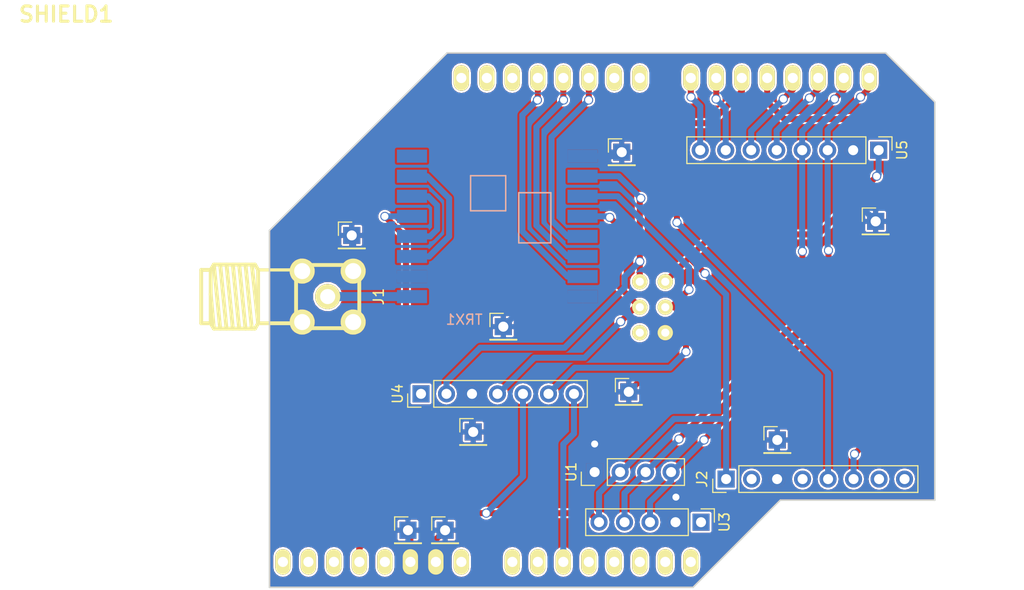
<source format=kicad_pcb>
(kicad_pcb (version 4) (host pcbnew 4.0.7-e2-6376~58~ubuntu17.04.1)
  (layers (0 F.Cu signal) (31 B.Cu signal) (34 B.Paste user) (35 F.Paste user) (36 B.SilkS user) (37 F.SilkS user) (38 B.Mask user) (39 F.Mask user) (44 Edge.Cuts user))
  (net 0 "")
  (net 1 GND)
  (net 2 /ANT)
  (net 3 /RX_ANT)
  (net 4 /TX_ANT)
  (net 5 +3V3)
  (net 6 "Net-(TRX1-Pad8)")
  (net 7 /MISO)
  (net 8 /MOSI)
  (net 9 /SCK)
  (net 10 /TRX_CS)
  (net 11 /TRX_INT)
  (net 12 /SDN)
  (net 13 /SDA)
  (net 14 /SCL)
  (net 15 "Net-(U3-Pad1)")
  (net 16 "Net-(U4-Pad1)")
  (net 17 /SD_CS)
  (net 18 /XDA)
  (net 19 /XCL)
  (net 20 /AD0)
  (net 21 /IMU_INT)
  (net 22 /TX2)
  (net 23 /RX2)
  (net 24 "Net-(SHIELD1-PadAD7)")
  (net 25 "Net-(SHIELD1-PadAD6)")
  (net 26 "Net-(SHIELD1-PadAD5)")
  (net 27 "Net-(SHIELD1-PadAD4)")
  (net 28 "Net-(SHIELD1-PadAD3)")
  (net 29 "Net-(SHIELD1-PadAD0)")
  (net 30 "Net-(SHIELD1-PadAD1)")
  (net 31 "Net-(SHIELD1-PadV_IN)")
  (net 32 "Net-(SHIELD1-PadRST)")
  (net 33 "Net-(SHIELD1-Pad0)")
  (net 34 "Net-(SHIELD1-Pad1)")
  (net 35 "Net-(SHIELD1-Pad5)")
  (net 36 "Net-(SHIELD1-Pad6)")
  (net 37 "Net-(SHIELD1-Pad7)")
  (net 38 "Net-(SHIELD1-Pad5V)")
  (net 39 "Net-(SHIELD1-PadSP5)")
  (net 40 "Net-(SHIELD1-PadIO_R)")
  (net 41 "Net-(J2-Pad2)")
  (net 42 "Net-(J2-Pad4)")
  (net 43 "Net-(J2-Pad7)")
  (net 44 "Net-(J2-Pad8)")
  (module Antenna:SMA (layer F.Cu) (at 134.3 88.1 90)
    (fp_text reference J1 (at 0 5.08 90) (layer F.SilkS))
    (fp_text value SMA)
    (fp_line (start -3.19278 -11.3411) (end 0.2667 -11.65606) (layer F.SilkS) (width 0.381))
    (fp_line (start -3.19278 -10.71118) (end 3.19278 -11.3411) (layer F.SilkS) (width 0.381))
    (fp_line (start -3.19278 -10.08126) (end 3.19278 -10.71118) (layer F.SilkS) (width 0.381))
    (fp_line (start -3.19278 -9.4488) (end 3.19278 -10.08126) (layer F.SilkS) (width 0.381))
    (fp_line (start -3.19278 -8.81888) (end 3.19278 -9.4488) (layer F.SilkS) (width 0.381))
    (fp_line (start -3.19278 -8.18896) (end 3.19278 -8.81888) (layer F.SilkS) (width 0.381))
    (fp_line (start -3.19278 -7.55904) (end 3.19278 -8.18896) (layer F.SilkS) (width 0.381))
    (fp_line (start 3.19278 -7.55904) (end -2.65938 -6.92912) (layer F.SilkS) (width 0.381))
    (fp_line (start -2.65938 -11.65606) (end -2.65938 -12.60094) (layer F.SilkS) (width 0.381))
    (fp_line (start 2.65938 -12.60094) (end -2.65938 -12.60094) (layer F.SilkS) (width 0.381))
    (fp_line (start 2.65938 -11.65606) (end 2.65938 -12.60094) (layer F.SilkS) (width 0.381))
    (fp_line (start 2.65938 -11.65606) (end 3.19278 -11.3411) (layer F.SilkS) (width 0.381))
    (fp_line (start -3.19278 -11.3411) (end -2.65938 -11.65606) (layer F.SilkS) (width 0.381))
    (fp_line (start -2.65938 -11.65606) (end 2.65938 -11.65606) (layer F.SilkS) (width 0.381))
    (fp_line (start -3.19278 -7.24408) (end -3.19278 -11.3411) (layer F.SilkS) (width 0.381))
    (fp_line (start -2.65938 -6.92912) (end -3.19278 -7.24408) (layer F.SilkS) (width 0.381))
    (fp_line (start 3.19278 -11.3411) (end 3.19278 -7.24408) (layer F.SilkS) (width 0.381))
    (fp_line (start 3.19278 -7.24408) (end 2.65938 -6.92912) (layer F.SilkS) (width 0.381))
    (fp_line (start 2.65938 -6.92912) (end -2.65938 -6.92912) (layer F.SilkS) (width 0.381))
    (fp_line (start 2.65938 -3.1496) (end 2.65938 -6.92912) (layer F.SilkS) (width 0.318))
    (fp_line (start -2.65938 -3.1496) (end -2.65938 -6.92912) (layer F.SilkS) (width 0.381))
    (fp_line (start -3.1496 3.1496) (end 3.1496 3.1496) (layer F.SilkS) (width 0.381))
    (fp_line (start -3.1496 -3.1496) (end 3.1496 -3.1496) (layer F.SilkS) (width 0.381))
    (fp_line (start 3.1496 -3.1496) (end 3.1496 3.1496) (layer F.SilkS) (width 0.381))
    (fp_line (start -3.1496 3.1496) (end -3.1496 -3.1496) (layer F.SilkS) (width 0.381))
    (pad 2 thru_hole circle (at -2.54 -2.54 90) (size 2.5 2.5) (drill 1.6) (layers *.Cu *.Mask F.SilkS) (net 1 GND))
    (pad 3 thru_hole circle (at 2.54 -2.54 90) (size 2.5 2.5) (drill 1.6) (layers *.Cu *.Mask F.SilkS) (net 1 GND))
    (pad 5 thru_hole circle (at -2.54 2.54 90) (size 2.5 2.5) (drill 1.6) (layers *.Cu *.Mask F.SilkS) (net 1 GND))
    (pad 4 thru_hole circle (at 2.54 2.54 90) (size 2.5 2.5) (drill 1.6) (layers *.Cu *.Mask F.SilkS) (net 1 GND))
    (pad 1 thru_hole circle (at 0 0 90) (size 2.5 2.5) (drill 1.5) (layers *.Cu *.Mask F.SilkS) (net 2 /ANT))
  )
  (module Transceptores:RFM22B (layer B.Cu) (at 151.2 81.1)
    (fp_text reference TRX1 (at -3.3 9.3) (layer B.SilkS) (effects (justify mirror)))
    (fp_text value RFM22B)
    (fp_line (start 0.8397 -1.55586) (end 0.8397 -5.05586) (layer B.SilkS) (width 0.15))
    (fp_line (start -2.6603 -1.55586) (end -2.6603 -5.05586) (layer B.SilkS) (width 0.15))
    (fp_line (start -2.6603 -1.55586) (end 0.8397 -1.55586) (layer B.SilkS) (width 0.15))
    (fp_line (start -2.6603 -5.05586) (end 0.8397 -5.05586) (layer B.SilkS) (width 0.15))
    (fp_line (start 5.3397 1.64414) (end 5.3397 -3.35586) (layer B.SilkS) (width 0.15))
    (fp_line (start 2.1397 1.64414) (end 2.1397 -3.35586) (layer B.SilkS) (width 0.15))
    (fp_line (start 2.1397 1.64414) (end 5.3397 1.64414) (layer B.SilkS) (width 0.15))
    (fp_line (start 2.1397 -3.35586) (end 5.3397 -3.35586) (layer B.SilkS) (width 0.15))
    (pad 1 smd rect (at -8.5 7) (size 3 1.3) (layers B.Cu B.Paste B.Mask) (net 2 /ANT))
    (pad 2 smd rect (at -8.5 5) (size 3 1.3) (layers B.Cu B.Paste B.Mask) (net 1 GND))
    (pad 3 smd rect (at -8.5 3) (size 3 1.3) (layers B.Cu B.Paste B.Mask) (net 3 /RX_ANT))
    (pad 4 smd rect (at -8.5 1) (size 3 1.3) (layers B.Cu B.Paste B.Mask) (net 4 /TX_ANT))
    (pad 5 smd rect (at -8.5 -1) (size 3 1.3) (layers B.Cu B.Paste B.Mask) (net 5 +3V3))
    (pad 6 smd rect (at -8.5 -3) (size 3 1.3) (layers B.Cu B.Paste B.Mask) (net 4 /TX_ANT))
    (pad 7 smd rect (at -8.5 -5) (size 3 1.3) (layers B.Cu B.Paste B.Mask) (net 3 /RX_ANT))
    (pad 8 smd rect (at -8.5 -7) (size 3 1.3) (layers B.Cu B.Paste B.Mask) (net 6 "Net-(TRX1-Pad8)"))
    (pad 9 smd rect (at 8.5 -7) (size 3 1.3) (layers B.Cu B.Paste B.Mask) (net 1 GND))
    (pad 10 smd rect (at 8.5 -5) (size 3 1.3) (layers B.Cu B.Paste B.Mask) (net 7 /MISO))
    (pad 11 smd rect (at 8.5 -3) (size 3 1.3) (layers B.Cu B.Paste B.Mask) (net 8 /MOSI))
    (pad 12 smd rect (at 8.5 -1) (size 3 1.3) (layers B.Cu B.Paste B.Mask) (net 9 /SCK))
    (pad 13 smd rect (at 8.5 1) (size 3 1.3) (layers B.Cu B.Paste B.Mask) (net 10 /TRX_CS))
    (pad 14 smd rect (at 8.5 3) (size 3 1.3) (layers B.Cu B.Paste B.Mask) (net 11 /TRX_INT))
    (pad 15 smd rect (at 8.5 5) (size 3 1.3) (layers B.Cu B.Paste B.Mask) (net 12 /SDN))
    (pad 16 smd rect (at 8.5 7) (size 3 1.3) (layers B.Cu B.Paste B.Mask) (net 1 GND))
  )
  (module Socket_Strips:Socket_Strip_Straight_1x04_Pitch2.54mm (layer F.Cu) (at 160.9 105.6 90)
    (fp_text reference U1 (at 0 -2.33 90) (layer F.SilkS))
    (fp_text value Si7021)
    (fp_line (start -1.33 1.27) (end -1.33 8.95) (layer F.SilkS) (width 0.12))
    (fp_line (start -1.33 8.95) (end 1.33 8.95) (layer F.SilkS) (width 0.12))
    (fp_line (start 1.33 8.95) (end 1.33 1.27) (layer F.SilkS) (width 0.12))
    (fp_line (start 1.33 1.27) (end -1.33 1.27) (layer F.SilkS) (width 0.12))
    (fp_line (start -1.33 0) (end -1.33 -1.33) (layer F.SilkS) (width 0.12))
    (fp_line (start -1.33 -1.33) (end 0 -1.33) (layer F.SilkS) (width 0.12))
    (pad 1 thru_hole rect (at 0 0 90) (size 1.7 1.7) (drill 1) (layers *.Cu *.Mask) (net 1 GND))
    (pad 2 thru_hole oval (at 0 2.54 90) (size 1.7 1.7) (drill 1) (layers *.Cu *.Mask) (net 5 +3V3))
    (pad 3 thru_hole oval (at 0 5.08 90) (size 1.7 1.7) (drill 1) (layers *.Cu *.Mask) (net 13 /SDA))
    (pad 4 thru_hole oval (at 0 7.62 90) (size 1.7 1.7) (drill 1) (layers *.Cu *.Mask) (net 14 /SCL))
  )
  (module Socket_Strips:Socket_Strip_Straight_1x05_Pitch2.54mm (layer F.Cu) (at 171.5 110.6 270)
    (fp_text reference U3 (at 0 -2.33 270) (layer F.SilkS))
    (fp_text value BMP180)
    (fp_line (start -1.33 1.27) (end -1.33 11.49) (layer F.SilkS) (width 0.12))
    (fp_line (start -1.33 11.49) (end 1.33 11.49) (layer F.SilkS) (width 0.12))
    (fp_line (start 1.33 11.49) (end 1.33 1.27) (layer F.SilkS) (width 0.12))
    (fp_line (start 1.33 1.27) (end -1.33 1.27) (layer F.SilkS) (width 0.12))
    (fp_line (start -1.33 0) (end -1.33 -1.33) (layer F.SilkS) (width 0.12))
    (fp_line (start -1.33 -1.33) (end 0 -1.33) (layer F.SilkS) (width 0.12))
    (pad 1 thru_hole rect (at 0 0 270) (size 1.7 1.7) (drill 1) (layers *.Cu *.Mask) (net 15 "Net-(U3-Pad1)"))
    (pad 2 thru_hole oval (at 0 2.54 270) (size 1.7 1.7) (drill 1) (layers *.Cu *.Mask) (net 1 GND))
    (pad 3 thru_hole oval (at 0 5.08 270) (size 1.7 1.7) (drill 1) (layers *.Cu *.Mask) (net 14 /SCL))
    (pad 4 thru_hole oval (at 0 7.62 270) (size 1.7 1.7) (drill 1) (layers *.Cu *.Mask) (net 13 /SDA))
    (pad 5 thru_hole oval (at 0 10.16 270) (size 1.7 1.7) (drill 1) (layers *.Cu *.Mask) (net 5 +3V3))
  )
  (module Socket_Strips:Socket_Strip_Straight_1x07_Pitch2.54mm (layer F.Cu) (at 143.6 97.8 90)
    (fp_text reference U4 (at 0 -2.33 90) (layer F.SilkS))
    (fp_text value SD)
    (fp_line (start -1.33 1.27) (end -1.33 16.57) (layer F.SilkS) (width 0.12))
    (fp_line (start -1.33 16.57) (end 1.33 16.57) (layer F.SilkS) (width 0.12))
    (fp_line (start 1.33 16.57) (end 1.33 1.27) (layer F.SilkS) (width 0.12))
    (fp_line (start 1.33 1.27) (end -1.33 1.27) (layer F.SilkS) (width 0.12))
    (fp_line (start -1.33 0) (end -1.33 -1.33) (layer F.SilkS) (width 0.12))
    (fp_line (start -1.33 -1.33) (end 0 -1.33) (layer F.SilkS) (width 0.12))
    (pad 1 thru_hole rect (at 0 0 90) (size 1.7 1.7) (drill 1) (layers *.Cu *.Mask) (net 16 "Net-(U4-Pad1)"))
    (pad 2 thru_hole oval (at 0 2.54 90) (size 1.7 1.7) (drill 1) (layers *.Cu *.Mask) (net 7 /MISO))
    (pad 3 thru_hole oval (at 0 5.08 90) (size 1.7 1.7) (drill 1) (layers *.Cu *.Mask) (net 1 GND))
    (pad 4 thru_hole oval (at 0 7.62 90) (size 1.7 1.7) (drill 1) (layers *.Cu *.Mask) (net 9 /SCK))
    (pad 5 thru_hole oval (at 0 10.16 90) (size 1.7 1.7) (drill 1) (layers *.Cu *.Mask) (net 5 +3V3))
    (pad 6 thru_hole oval (at 0 12.7 90) (size 1.7 1.7) (drill 1) (layers *.Cu *.Mask) (net 8 /MOSI))
    (pad 7 thru_hole oval (at 0 15.24 90) (size 1.7 1.7) (drill 1) (layers *.Cu *.Mask) (net 17 /SD_CS))
  )
  (module Socket_Strips:Socket_Strip_Straight_1x08_Pitch2.54mm (layer F.Cu) (at 189.2 73.5 270)
    (fp_text reference U5 (at 0 -2.33 270) (layer F.SilkS))
    (fp_text value MPU6050)
    (fp_line (start -1.33 1.27) (end -1.33 19.11) (layer F.SilkS) (width 0.12))
    (fp_line (start -1.33 19.11) (end 1.33 19.11) (layer F.SilkS) (width 0.12))
    (fp_line (start 1.33 19.11) (end 1.33 1.27) (layer F.SilkS) (width 0.12))
    (fp_line (start 1.33 1.27) (end -1.33 1.27) (layer F.SilkS) (width 0.12))
    (fp_line (start -1.33 0) (end -1.33 -1.33) (layer F.SilkS) (width 0.12))
    (fp_line (start -1.33 -1.33) (end 0 -1.33) (layer F.SilkS) (width 0.12))
    (pad 1 thru_hole rect (at 0 0 270) (size 1.7 1.7) (drill 1) (layers *.Cu *.Mask) (net 5 +3V3))
    (pad 2 thru_hole oval (at 0 2.54 270) (size 1.7 1.7) (drill 1) (layers *.Cu *.Mask) (net 1 GND))
    (pad 3 thru_hole oval (at 0 5.08 270) (size 1.7 1.7) (drill 1) (layers *.Cu *.Mask) (net 14 /SCL))
    (pad 4 thru_hole oval (at 0 7.62 270) (size 1.7 1.7) (drill 1) (layers *.Cu *.Mask) (net 13 /SDA))
    (pad 5 thru_hole oval (at 0 10.16 270) (size 1.7 1.7) (drill 1) (layers *.Cu *.Mask) (net 18 /XDA))
    (pad 6 thru_hole oval (at 0 12.7 270) (size 1.7 1.7) (drill 1) (layers *.Cu *.Mask) (net 19 /XCL))
    (pad 7 thru_hole oval (at 0 15.24 270) (size 1.7 1.7) (drill 1) (layers *.Cu *.Mask) (net 20 /AD0))
    (pad 8 thru_hole oval (at 0 17.78 270) (size 1.7 1.7) (drill 1) (layers *.Cu *.Mask) (net 21 /IMU_INT))
  )
  (module FT:ARDUINO_DUE_SHIELD (layer F.Cu) (at 101.9 117.1)
    (fp_text reference SHIELD1 (at 6.35 -57.15) (layer F.SilkS) (effects (font (thickness 0.3048))))
    (fp_text value ARDUINO_DUE_SHIELD hide)
    (pad 14 thru_hole oval (at 68.58 -50.8 90) (size 2.54 1.524) (drill 1.016) (layers *.Cu *.Mask F.SilkS) (net 21 /IMU_INT))
    (pad 15 thru_hole oval (at 71.12 -50.8 90) (size 2.54 1.524) (drill 1.016) (layers *.Cu *.Mask F.SilkS) (net 20 /AD0))
    (pad 16 thru_hole oval (at 73.66 -50.8 90) (size 2.54 1.524) (drill 1.016) (layers *.Cu *.Mask F.SilkS) (net 22 /TX2))
    (pad 17 thru_hole oval (at 76.2 -50.8 90) (size 2.54 1.524) (drill 1.016) (layers *.Cu *.Mask F.SilkS) (net 23 /RX2))
    (pad 18 thru_hole oval (at 78.74 -50.8 90) (size 2.54 1.524) (drill 1.016) (layers *.Cu *.Mask F.SilkS) (net 19 /XCL))
    (pad 19 thru_hole oval (at 81.28 -50.8 90) (size 2.54 1.524) (drill 1.016) (layers *.Cu *.Mask F.SilkS) (net 18 /XDA))
    (pad 20 thru_hole oval (at 83.82 -50.8 90) (size 2.54 1.524) (drill 1.016) (layers *.Cu *.Mask F.SilkS) (net 13 /SDA))
    (pad 21 thru_hole oval (at 86.36 -50.8 90) (size 2.54 1.524) (drill 1.016) (layers *.Cu *.Mask F.SilkS) (net 14 /SCL))
    (pad AD7 thru_hole oval (at 68.58 -2.54 90) (size 2.54 1.524) (drill 1.016) (layers *.Cu *.Mask F.SilkS) (net 24 "Net-(SHIELD1-PadAD7)"))
    (pad AD6 thru_hole oval (at 66.04 -2.54 90) (size 2.54 1.524) (drill 1.016) (layers *.Cu *.Mask F.SilkS) (net 25 "Net-(SHIELD1-PadAD6)"))
    (pad AD5 thru_hole oval (at 63.5 -2.54 90) (size 2.54 1.524) (drill 1.016) (layers *.Cu *.Mask F.SilkS) (net 26 "Net-(SHIELD1-PadAD5)"))
    (pad AD4 thru_hole oval (at 60.96 -2.54 90) (size 2.54 1.524) (drill 1.016) (layers *.Cu *.Mask F.SilkS) (net 27 "Net-(SHIELD1-PadAD4)"))
    (pad AD3 thru_hole oval (at 58.42 -2.54 90) (size 2.54 1.524) (drill 1.016) (layers *.Cu *.Mask F.SilkS) (net 28 "Net-(SHIELD1-PadAD3)"))
    (pad AD0 thru_hole oval (at 50.8 -2.54 90) (size 2.54 1.524) (drill 1.016) (layers *.Cu *.Mask F.SilkS) (net 29 "Net-(SHIELD1-PadAD0)"))
    (pad AD1 thru_hole oval (at 53.34 -2.54 90) (size 2.54 1.524) (drill 1.016) (layers *.Cu *.Mask F.SilkS) (net 30 "Net-(SHIELD1-PadAD1)"))
    (pad AD2 thru_hole oval (at 55.88 -2.54 90) (size 2.54 1.524) (drill 1.016) (layers *.Cu *.Mask F.SilkS) (net 17 /SD_CS))
    (pad V_IN thru_hole oval (at 45.72 -2.54 90) (size 2.54 1.524) (drill 1.016) (layers *.Cu *.Mask F.SilkS) (net 31 "Net-(SHIELD1-PadV_IN)"))
    (pad GND2 thru_hole oval (at 43.18 -2.54 90) (size 2.54 1.524) (drill 1.016) (layers *.Cu *.Mask F.SilkS) (net 1 GND))
    (pad GND1 thru_hole oval (at 40.64 -2.54 90) (size 2.54 1.524) (drill 1.016) (layers *.Cu *.Mask F.SilkS) (net 1 GND))
    (pad 3V3 thru_hole oval (at 35.56 -2.54 90) (size 2.54 1.524) (drill 1.016) (layers *.Cu *.Mask F.SilkS) (net 5 +3V3))
    (pad RST thru_hole oval (at 33.02 -2.54 90) (size 2.54 1.524) (drill 1.016) (layers *.Cu *.Mask F.SilkS) (net 32 "Net-(SHIELD1-PadRST)"))
    (pad 0 thru_hole oval (at 63.5 -50.8 90) (size 2.54 1.524) (drill 1.016) (layers *.Cu *.Mask F.SilkS) (net 33 "Net-(SHIELD1-Pad0)"))
    (pad 1 thru_hole oval (at 60.96 -50.8 90) (size 2.54 1.524) (drill 1.016) (layers *.Cu *.Mask F.SilkS) (net 34 "Net-(SHIELD1-Pad1)"))
    (pad 2 thru_hole oval (at 58.42 -50.8 90) (size 2.54 1.524) (drill 1.016) (layers *.Cu *.Mask F.SilkS) (net 10 /TRX_CS))
    (pad 3 thru_hole oval (at 55.88 -50.8 90) (size 2.54 1.524) (drill 1.016) (layers *.Cu *.Mask F.SilkS) (net 11 /TRX_INT))
    (pad 4 thru_hole oval (at 53.34 -50.8 90) (size 2.54 1.524) (drill 1.016) (layers *.Cu *.Mask F.SilkS) (net 12 /SDN))
    (pad 5 thru_hole oval (at 50.8 -50.8 90) (size 2.54 1.524) (drill 1.016) (layers *.Cu *.Mask F.SilkS) (net 35 "Net-(SHIELD1-Pad5)"))
    (pad 6 thru_hole oval (at 48.26 -50.8 90) (size 2.54 1.524) (drill 1.016) (layers *.Cu *.Mask F.SilkS) (net 36 "Net-(SHIELD1-Pad6)"))
    (pad 7 thru_hole oval (at 45.72 -50.8 90) (size 2.54 1.524) (drill 1.016) (layers *.Cu *.Mask F.SilkS) (net 37 "Net-(SHIELD1-Pad7)"))
    (pad 5V thru_hole oval (at 38.1 -2.54 90) (size 2.54 1.524) (drill 1.016) (layers *.Cu *.Mask F.SilkS) (net 38 "Net-(SHIELD1-Pad5V)"))
    (pad SP1 thru_hole circle (at 63.5 -30.48) (size 1.524 1.524) (drill 0.8128) (layers *.Cu *.Mask F.SilkS) (net 7 /MISO))
    (pad SP2 thru_hole circle (at 66.04 -30.48) (size 1.524 1.524) (drill 0.8128) (layers *.Cu *.Mask F.SilkS) (net 5 +3V3))
    (pad SP3 thru_hole circle (at 63.5 -27.94) (size 1.524 1.524) (drill 0.8128) (layers *.Cu *.Mask F.SilkS) (net 9 /SCK))
    (pad SP4 thru_hole circle (at 66.04 -27.94) (size 1.524 1.524) (drill 0.8128) (layers *.Cu *.Mask F.SilkS) (net 8 /MOSI))
    (pad SP5 thru_hole circle (at 63.5 -25.4) (size 1.524 1.524) (drill 0.8128) (layers *.Cu *.Mask F.SilkS) (net 39 "Net-(SHIELD1-PadSP5)"))
    (pad SP6 thru_hole circle (at 66.04 -25.4) (size 1.524 1.524) (drill 0.8128) (layers *.Cu *.Mask F.SilkS) (net 1 GND))
    (pad IO_R thru_hole oval (at 30.48 -2.54 90) (size 2.54 1.524) (drill 1.016) (layers *.Cu *.Mask F.SilkS) (net 40 "Net-(SHIELD1-PadIO_R)"))
    (pad NC thru_hole oval (at 27.94 -2.54 90) (size 2.54 1.524) (drill 1.016) (layers *.Cu *.Mask F.SilkS))
  )
  (module Socket_Strips:Socket_Strip_Straight_1x08_Pitch2.54mm (layer F.Cu) (at 174 106.3 90)
    (fp_text reference J2 (at 0 -2.4 90) (layer F.SilkS))
    (fp_text value L80)
    (fp_line (start -1.33 1.27) (end -1.33 19.11) (layer F.SilkS) (width 0.12))
    (fp_line (start -1.33 19.11) (end 1.33 19.11) (layer F.SilkS) (width 0.12))
    (fp_line (start 1.33 19.11) (end 1.33 1.27) (layer F.SilkS) (width 0.12))
    (fp_line (start 1.33 1.27) (end -1.33 1.27) (layer F.SilkS) (width 0.12))
    (fp_line (start -1.33 0) (end -1.33 -1.33) (layer F.SilkS) (width 0.12))
    (fp_line (start -1.33 -1.33) (end 0 -1.33) (layer F.SilkS) (width 0.12))
    (pad 1 thru_hole rect (at 0 0 90) (size 1.7 1.7) (drill 1) (layers *.Cu *.Mask) (net 5 +3V3))
    (pad 2 thru_hole oval (at 0 2.54 90) (size 1.7 1.7) (drill 1) (layers *.Cu *.Mask) (net 41 "Net-(J2-Pad2)"))
    (pad 3 thru_hole oval (at 0 5.08 90) (size 1.7 1.7) (drill 1) (layers *.Cu *.Mask) (net 1 GND))
    (pad 4 thru_hole oval (at 0 7.62 90) (size 1.7 1.7) (drill 1) (layers *.Cu *.Mask) (net 42 "Net-(J2-Pad4)"))
    (pad 5 thru_hole oval (at 0 10.16 90) (size 1.7 1.7) (drill 1) (layers *.Cu *.Mask) (net 22 /TX2))
    (pad 6 thru_hole oval (at 0 12.7 90) (size 1.7 1.7) (drill 1) (layers *.Cu *.Mask) (net 23 /RX2))
    (pad 7 thru_hole oval (at 0 15.24 90) (size 1.7 1.7) (drill 1) (layers *.Cu *.Mask) (net 43 "Net-(J2-Pad7)"))
    (pad 8 thru_hole oval (at 0 17.78 90) (size 1.7 1.7) (drill 1) (layers *.Cu *.Mask) (net 44 "Net-(J2-Pad8)"))
  )
  (module Pin_Headers:Pin_Header_Straight_1x01_Pitch2.54mm (layer F.Cu) (at 164.3 97.6)
    (fp_text reference REF** hide)
    (fp_text value Pin_Header_Straight_1x01_Pitch2.54mm hide)
    (fp_line (start -1.33 1.33) (end 1.33 1.33) (layer F.SilkS) (width 0.12))
    (fp_line (start -1.33 1.27) (end -1.33 1.33) (layer F.SilkS) (width 0.12))
    (fp_line (start 1.33 1.27) (end 1.33 1.33) (layer F.SilkS) (width 0.12))
    (fp_line (start -1.33 1.27) (end 1.33 1.27) (layer F.SilkS) (width 0.12))
    (fp_line (start -1.33 0) (end -1.33 -1.33) (layer F.SilkS) (width 0.12))
    (fp_line (start -1.33 -1.33) (end 0 -1.33) (layer F.SilkS) (width 0.12))
    (pad 1 thru_hole rect (at 0 0) (size 1.7 1.7) (drill 1) (layers *.Cu *.Mask) (net 1 GND) (thermal_gap 0.2))
  )
  (module Pin_Headers:Pin_Header_Straight_1x01_Pitch2.54mm (layer F.Cu) (at 163.6 73.7)
    (fp_text reference REF** hide)
    (fp_text value Pin_Header_Straight_1x01_Pitch2.54mm hide)
    (fp_line (start -1.33 1.33) (end 1.33 1.33) (layer F.SilkS) (width 0.12))
    (fp_line (start -1.33 1.27) (end -1.33 1.33) (layer F.SilkS) (width 0.12))
    (fp_line (start 1.33 1.27) (end 1.33 1.33) (layer F.SilkS) (width 0.12))
    (fp_line (start -1.33 1.27) (end 1.33 1.27) (layer F.SilkS) (width 0.12))
    (fp_line (start -1.33 0) (end -1.33 -1.33) (layer F.SilkS) (width 0.12))
    (fp_line (start -1.33 -1.33) (end 0 -1.33) (layer F.SilkS) (width 0.12))
    (pad 1 thru_hole rect (at 0 0) (size 1.7 1.7) (drill 1) (layers *.Cu *.Mask) (net 1 GND) (thermal_gap 0.2))
  )
  (module Pin_Headers:Pin_Header_Straight_1x01_Pitch2.54mm (layer F.Cu) (at 136.7 82)
    (fp_text reference REF** hide)
    (fp_text value Pin_Header_Straight_1x01_Pitch2.54mm hide)
    (fp_line (start -1.33 1.33) (end 1.33 1.33) (layer F.SilkS) (width 0.12))
    (fp_line (start -1.33 1.27) (end -1.33 1.33) (layer F.SilkS) (width 0.12))
    (fp_line (start 1.33 1.27) (end 1.33 1.33) (layer F.SilkS) (width 0.12))
    (fp_line (start -1.33 1.27) (end 1.33 1.27) (layer F.SilkS) (width 0.12))
    (fp_line (start -1.33 0) (end -1.33 -1.33) (layer F.SilkS) (width 0.12))
    (fp_line (start -1.33 -1.33) (end 0 -1.33) (layer F.SilkS) (width 0.12))
    (pad 1 thru_hole rect (at 0 0) (size 1.7 1.7) (drill 1) (layers *.Cu *.Mask) (net 1 GND) (thermal_gap 0.2))
  )
  (module Pin_Headers:Pin_Header_Straight_1x01_Pitch2.54mm (layer F.Cu) (at 179.1 102.4)
    (fp_text reference REF** hide)
    (fp_text value Pin_Header_Straight_1x01_Pitch2.54mm hide)
    (fp_line (start -1.33 1.33) (end 1.33 1.33) (layer F.SilkS) (width 0.12))
    (fp_line (start -1.33 1.27) (end -1.33 1.33) (layer F.SilkS) (width 0.12))
    (fp_line (start 1.33 1.27) (end 1.33 1.33) (layer F.SilkS) (width 0.12))
    (fp_line (start -1.33 1.27) (end 1.33 1.27) (layer F.SilkS) (width 0.12))
    (fp_line (start -1.33 0) (end -1.33 -1.33) (layer F.SilkS) (width 0.12))
    (fp_line (start -1.33 -1.33) (end 0 -1.33) (layer F.SilkS) (width 0.12))
    (pad 1 thru_hole rect (at 0 0) (size 1.7 1.7) (drill 1) (layers *.Cu *.Mask) (net 1 GND) (thermal_gap 0.2))
  )
  (module Pin_Headers:Pin_Header_Straight_1x01_Pitch2.54mm (layer F.Cu) (at 188.9 80.6)
    (fp_text reference REF** hide)
    (fp_text value Pin_Header_Straight_1x01_Pitch2.54mm hide)
    (fp_line (start -1.33 1.33) (end 1.33 1.33) (layer F.SilkS) (width 0.12))
    (fp_line (start -1.33 1.27) (end -1.33 1.33) (layer F.SilkS) (width 0.12))
    (fp_line (start 1.33 1.27) (end 1.33 1.33) (layer F.SilkS) (width 0.12))
    (fp_line (start -1.33 1.27) (end 1.33 1.27) (layer F.SilkS) (width 0.12))
    (fp_line (start -1.33 0) (end -1.33 -1.33) (layer F.SilkS) (width 0.12))
    (fp_line (start -1.33 -1.33) (end 0 -1.33) (layer F.SilkS) (width 0.12))
    (pad 1 thru_hole rect (at 0 0) (size 1.7 1.7) (drill 1) (layers *.Cu *.Mask) (net 1 GND) (thermal_gap 0.2))
  )
  (module Pin_Headers:Pin_Header_Straight_1x01_Pitch2.54mm (layer F.Cu) (at 148.8 101.6)
    (fp_text reference REF** hide)
    (fp_text value Pin_Header_Straight_1x01_Pitch2.54mm hide)
    (fp_line (start -1.33 1.33) (end 1.33 1.33) (layer F.SilkS) (width 0.12))
    (fp_line (start -1.33 1.27) (end -1.33 1.33) (layer F.SilkS) (width 0.12))
    (fp_line (start 1.33 1.27) (end 1.33 1.33) (layer F.SilkS) (width 0.12))
    (fp_line (start -1.33 1.27) (end 1.33 1.27) (layer F.SilkS) (width 0.12))
    (fp_line (start -1.33 0) (end -1.33 -1.33) (layer F.SilkS) (width 0.12))
    (fp_line (start -1.33 -1.33) (end 0 -1.33) (layer F.SilkS) (width 0.12))
    (pad 1 thru_hole rect (at 0 0) (size 1.7 1.7) (drill 1) (layers *.Cu *.Mask) (net 1 GND) (thermal_gap 0.2))
  )
  (module Pin_Headers:Pin_Header_Straight_1x01_Pitch2.54mm (layer F.Cu) (at 142.3 111.4)
    (fp_text reference REF** hide)
    (fp_text value Pin_Header_Straight_1x01_Pitch2.54mm hide)
    (fp_line (start -1.33 1.33) (end 1.33 1.33) (layer F.SilkS) (width 0.12))
    (fp_line (start -1.33 1.27) (end -1.33 1.33) (layer F.SilkS) (width 0.12))
    (fp_line (start 1.33 1.27) (end 1.33 1.33) (layer F.SilkS) (width 0.12))
    (fp_line (start -1.33 1.27) (end 1.33 1.27) (layer F.SilkS) (width 0.12))
    (fp_line (start -1.33 0) (end -1.33 -1.33) (layer F.SilkS) (width 0.12))
    (fp_line (start -1.33 -1.33) (end 0 -1.33) (layer F.SilkS) (width 0.12))
    (pad 1 thru_hole rect (at 0 0) (size 1.7 1.7) (drill 1) (layers *.Cu *.Mask) (net 1 GND) (thermal_gap 0.2))
  )
  (module Pin_Headers:Pin_Header_Straight_1x01_Pitch2.54mm (layer F.Cu) (at 146 111.4)
    (fp_text reference REF** hide)
    (fp_text value Pin_Header_Straight_1x01_Pitch2.54mm hide)
    (fp_line (start -1.33 1.33) (end 1.33 1.33) (layer F.SilkS) (width 0.12))
    (fp_line (start -1.33 1.27) (end -1.33 1.33) (layer F.SilkS) (width 0.12))
    (fp_line (start 1.33 1.27) (end 1.33 1.33) (layer F.SilkS) (width 0.12))
    (fp_line (start -1.33 1.27) (end 1.33 1.27) (layer F.SilkS) (width 0.12))
    (fp_line (start -1.33 0) (end -1.33 -1.33) (layer F.SilkS) (width 0.12))
    (fp_line (start -1.33 -1.33) (end 0 -1.33) (layer F.SilkS) (width 0.12))
    (pad 1 thru_hole rect (at 0 0) (size 1.7 1.7) (drill 1) (layers *.Cu *.Mask) (net 1 GND) (thermal_gap 0.2))
  )
  (module Pin_Headers:Pin_Header_Straight_1x01_Pitch2.54mm (layer F.Cu) (at 151.8 91.1)
    (fp_text reference REF** hide)
    (fp_text value Pin_Header_Straight_1x01_Pitch2.54mm hide)
    (fp_line (start -1.33 1.33) (end 1.33 1.33) (layer F.SilkS) (width 0.12))
    (fp_line (start -1.33 1.27) (end -1.33 1.33) (layer F.SilkS) (width 0.12))
    (fp_line (start 1.33 1.27) (end 1.33 1.33) (layer F.SilkS) (width 0.12))
    (fp_line (start -1.33 1.27) (end 1.33 1.27) (layer F.SilkS) (width 0.12))
    (fp_line (start -1.33 0) (end -1.33 -1.33) (layer F.SilkS) (width 0.12))
    (fp_line (start -1.33 -1.33) (end 0 -1.33) (layer F.SilkS) (width 0.12))
    (pad 1 thru_hole rect (at 0 0) (size 1.7 1.7) (drill 1) (layers *.Cu *.Mask) (net 1 GND) (thermal_gap 0.2))
  )
  (gr_line (start 179.4 108.4) (end 194.8 108.4) (angle 90) (layer Edge.Cuts) (width 0.15))
  (gr_line (start 170.7 117.1) (end 179.4 108.4) (angle 90) (layer Edge.Cuts) (width 0.15))
  (gr_line (start 128.5 117.1) (end 170.7 117.1) (angle 90) (layer Edge.Cuts) (width 0.15))
  (gr_line (start 146.2 63.8) (end 128.5 81.5) (angle 90) (layer Edge.Cuts) (width 0.15))
  (gr_line (start 128.5 81.5) (end 128.5 117.1) (angle 90) (layer Edge.Cuts) (width 0.15))
  (gr_line (start 189.9 63.8) (end 146.2 63.8) (angle 90) (layer Edge.Cuts) (width 0.15))
  (gr_line (start 194.8 68.7) (end 189.9 63.8) (angle 90) (layer Edge.Cuts) (width 0.15))
  (gr_line (start 194.8 108.4) (end 194.8 68.7) (angle 90) (layer Edge.Cuts) (width 0.15))
  (segment (start 167.94 91.7) (end 167.94 93.96) (width 0.6) (layer F.Cu) (net 1))
  (segment (start 167.94 93.96) (end 164.3 97.6) (width 0.6) (layer F.Cu) (net 1))
  (segment (start 159.7 88.1) (end 154.8 88.1) (width 0.6) (layer B.Cu) (net 1))
  (segment (start 154.8 88.1) (end 151.8 91.1) (width 0.6) (layer B.Cu) (net 1))
  (segment (start 142.54 114.56) (end 142.54 111.64) (width 0.6) (layer F.Cu) (net 1))
  (segment (start 142.54 111.64) (end 142.3 111.4) (width 0.6) (layer F.Cu) (net 1))
  (segment (start 145.08 114.56) (end 145.08 112.32) (width 0.6) (layer F.Cu) (net 1))
  (segment (start 145.08 112.32) (end 146 111.4) (width 0.6) (layer F.Cu) (net 1))
  (segment (start 148.68 97.8) (end 148.68 101.48) (width 0.6) (layer B.Cu) (net 1))
  (segment (start 148.68 101.48) (end 148.8 101.6) (width 0.6) (layer B.Cu) (net 1))
  (segment (start 186.66 73.5) (end 186.66 78.36) (width 0.6) (layer B.Cu) (net 1))
  (segment (start 186.66 78.36) (end 188.9 80.6) (width 0.6) (layer B.Cu) (net 1))
  (segment (start 179.08 106.3) (end 179.08 102.42) (width 0.6) (layer B.Cu) (net 1))
  (segment (start 179.08 102.42) (end 179.1 102.4) (width 0.6) (layer B.Cu) (net 1))
  (segment (start 136.84 85.56) (end 136.84 82.14) (width 0.6) (layer B.Cu) (net 1))
  (segment (start 136.84 82.14) (end 136.7 82) (width 0.6) (layer B.Cu) (net 1))
  (segment (start 142.7 86.1) (end 137.38 86.1) (width 0.6) (layer B.Cu) (net 1))
  (segment (start 137.38 86.1) (end 136.84 85.56) (width 0.6) (layer B.Cu) (net 1))
  (segment (start 159.7 74.1) (end 163.2 74.1) (width 0.6) (layer B.Cu) (net 1))
  (segment (start 163.2 74.1) (end 163.6 73.7) (width 0.6) (layer B.Cu) (net 1))
  (segment (start 160.9 105.6) (end 160.9 102.8) (width 0.6) (layer B.Cu) (net 1))
  (via (at 160.9 102.8) (size 0.9) (drill 0.7) (layers F.Cu B.Cu) (net 1))
  (segment (start 168.96 110.6) (end 168.96 108.14) (width 0.6) (layer B.Cu) (net 1))
  (via (at 169 108.1) (size 0.9) (drill 0.7) (layers F.Cu B.Cu) (net 1))
  (segment (start 168.96 108.14) (end 169 108.1) (width 0.6) (layer B.Cu) (net 1))
  (segment (start 142.7 88.1) (end 134.3 88.1) (width 0.9) (layer B.Cu) (net 2))
  (segment (start 142.7 76.1) (end 144.2 76.1) (width 0.6) (layer B.Cu) (net 3))
  (segment (start 144.2 76.1) (end 146.4 78.3) (width 0.6) (layer B.Cu) (net 3))
  (segment (start 146.4 78.3) (end 146.4 82.1) (width 0.6) (layer B.Cu) (net 3))
  (segment (start 146.4 82.1) (end 144.4 84.1) (width 0.6) (layer B.Cu) (net 3))
  (segment (start 144.4 84.1) (end 142.7 84.1) (width 0.6) (layer B.Cu) (net 3))
  (segment (start 142.7 78.1) (end 144.3 78.1) (width 0.6) (layer B.Cu) (net 4))
  (segment (start 144.5 82.1) (end 142.7 82.1) (width 0.6) (layer B.Cu) (net 4))
  (segment (start 145.2 81.4) (end 144.5 82.1) (width 0.6) (layer B.Cu) (net 4))
  (segment (start 145.2 79) (end 145.2 81.4) (width 0.6) (layer B.Cu) (net 4))
  (segment (start 144.3 78.1) (end 145.2 79) (width 0.6) (layer B.Cu) (net 4))
  (segment (start 163.44 105.6) (end 163.5 105.6) (width 0.6) (layer B.Cu) (net 5))
  (segment (start 163.5 105.6) (end 168.8 100.3) (width 0.6) (layer B.Cu) (net 5))
  (segment (start 168.8 100.3) (end 174 100.3) (width 0.6) (layer B.Cu) (net 5))
  (segment (start 170.33 84.23) (end 171.9 85.8) (width 0.6) (layer F.Cu) (net 5))
  (segment (start 174 87.9) (end 174 100.3) (width 0.6) (layer B.Cu) (net 5))
  (segment (start 174 100.3) (end 174 106.3) (width 0.6) (layer B.Cu) (net 5))
  (segment (start 171.9 85.8) (end 174 87.9) (width 0.6) (layer B.Cu) (net 5))
  (via (at 171.9 85.8) (size 0.9) (drill 0.7) (layers F.Cu B.Cu) (net 5))
  (segment (start 150.1 109.7) (end 160.44 109.7) (width 0.6) (layer F.Cu) (net 5))
  (segment (start 160.44 109.7) (end 161.34 110.6) (width 0.6) (layer F.Cu) (net 5))
  (segment (start 142.7 80.1) (end 140 80.1) (width 0.6) (layer B.Cu) (net 5))
  (segment (start 137.46 98.54) (end 137.46 114.56) (width 0.6) (layer F.Cu) (net 5))
  (segment (start 142.1 93.9) (end 137.46 98.54) (width 0.6) (layer F.Cu) (net 5))
  (segment (start 142.1 82.2) (end 142.1 93.9) (width 0.6) (layer F.Cu) (net 5))
  (segment (start 140 80.1) (end 142.1 82.2) (width 0.6) (layer F.Cu) (net 5))
  (via (at 140 80.1) (size 0.9) (drill 0.7) (layers F.Cu B.Cu) (net 5))
  (segment (start 137.46 114.56) (end 137.46 113.14) (width 0.6) (layer F.Cu) (net 5))
  (segment (start 153.76 106.04) (end 153.76 97.8) (width 0.6) (layer B.Cu) (net 5))
  (segment (start 150.1 109.7) (end 153.76 106.04) (width 0.6) (layer B.Cu) (net 5))
  (via (at 150.1 109.7) (size 0.9) (drill 0.7) (layers F.Cu B.Cu) (net 5))
  (segment (start 140.9 109.7) (end 150.1 109.7) (width 0.6) (layer F.Cu) (net 5))
  (segment (start 137.46 113.14) (end 140.9 109.7) (width 0.6) (layer F.Cu) (net 5))
  (segment (start 161.34 110.6) (end 161.34 107.7) (width 0.6) (layer B.Cu) (net 5))
  (segment (start 161.34 107.7) (end 163.44 105.6) (width 0.6) (layer B.Cu) (net 5))
  (segment (start 189.2 73.5) (end 189.2 75.9) (width 0.6) (layer B.Cu) (net 5))
  (segment (start 172.66 81.9) (end 170.33 84.23) (width 0.6) (layer F.Cu) (net 5))
  (segment (start 170.33 84.23) (end 167.94 86.62) (width 0.6) (layer F.Cu) (net 5))
  (segment (start 183.2 81.9) (end 172.66 81.9) (width 0.6) (layer F.Cu) (net 5))
  (segment (start 189 76.1) (end 183.2 81.9) (width 0.6) (layer F.Cu) (net 5))
  (via (at 189 76.1) (size 0.9) (drill 0.7) (layers F.Cu B.Cu) (net 5))
  (segment (start 189.2 75.9) (end 189 76.1) (width 0.6) (layer B.Cu) (net 5))
  (segment (start 146.14 97.8) (end 146.14 96.56) (width 0.6) (layer B.Cu) (net 7))
  (via (at 165.4 84.6) (size 0.9) (drill 0.7) (layers F.Cu B.Cu) (net 7))
  (segment (start 163.9 86.1) (end 165.4 84.6) (width 0.6) (layer B.Cu) (net 7))
  (segment (start 163.9 87.2) (end 163.9 86.1) (width 0.6) (layer B.Cu) (net 7))
  (segment (start 157.9 93.2) (end 163.9 87.2) (width 0.6) (layer B.Cu) (net 7))
  (segment (start 149.5 93.2) (end 157.9 93.2) (width 0.6) (layer B.Cu) (net 7))
  (segment (start 146.14 96.56) (end 149.5 93.2) (width 0.6) (layer B.Cu) (net 7))
  (segment (start 159.7 76.1) (end 163.3 76.1) (width 0.6) (layer B.Cu) (net 7))
  (segment (start 165.4 84.6) (end 165.4 86.62) (width 0.6) (layer F.Cu) (net 7))
  (segment (start 165.4 78.4) (end 165.4 84.6) (width 0.6) (layer F.Cu) (net 7))
  (segment (start 165.5 78.3) (end 165.4 78.4) (width 0.6) (layer F.Cu) (net 7))
  (via (at 165.5 78.3) (size 0.9) (drill 0.7) (layers F.Cu B.Cu) (net 7))
  (segment (start 163.3 76.1) (end 165.5 78.3) (width 0.6) (layer B.Cu) (net 7))
  (segment (start 167.94 89.16) (end 168.86 89.16) (width 0.6) (layer F.Cu) (net 8))
  (segment (start 158.9 95.2) (end 156.3 97.8) (width 0.6) (layer B.Cu) (net 8))
  (segment (start 168.4 95.2) (end 158.9 95.2) (width 0.6) (layer B.Cu) (net 8))
  (segment (start 170 93.6) (end 168.4 95.2) (width 0.6) (layer B.Cu) (net 8))
  (via (at 170 93.6) (size 0.9) (drill 0.7) (layers F.Cu B.Cu) (net 8))
  (segment (start 170 90.3) (end 170 93.6) (width 0.6) (layer F.Cu) (net 8))
  (segment (start 168.86 89.16) (end 170 90.3) (width 0.6) (layer F.Cu) (net 8))
  (segment (start 159.7 78.1) (end 163.2 78.1) (width 0.6) (layer B.Cu) (net 8))
  (segment (start 170.3 87.4) (end 168.54 89.16) (width 0.6) (layer F.Cu) (net 8))
  (via (at 170.3 87.4) (size 0.9) (drill 0.7) (layers F.Cu B.Cu) (net 8))
  (segment (start 170.3 85.2) (end 170.3 87.4) (width 0.6) (layer B.Cu) (net 8))
  (segment (start 163.2 78.1) (end 170.3 85.2) (width 0.6) (layer B.Cu) (net 8))
  (segment (start 168.54 89.16) (end 167.94 89.16) (width 0.6) (layer F.Cu) (net 8))
  (segment (start 151.22 97.8) (end 151.3 97.8) (width 0.6) (layer B.Cu) (net 9))
  (segment (start 151.3 97.8) (end 154.9 94.2) (width 0.6) (layer B.Cu) (net 9))
  (segment (start 154.9 94.2) (end 159.9 94.2) (width 0.6) (layer B.Cu) (net 9))
  (segment (start 159.9 94.2) (end 163.5 90.6) (width 0.6) (layer B.Cu) (net 9))
  (via (at 163.5 90.6) (size 0.9) (drill 0.7) (layers F.Cu B.Cu) (net 9))
  (segment (start 163.5 90.6) (end 164.94 89.16) (width 0.6) (layer F.Cu) (net 9))
  (segment (start 164.94 89.16) (end 165.4 89.16) (width 0.6) (layer F.Cu) (net 9))
  (segment (start 159.7 80.1) (end 162.3 80.1) (width 0.6) (layer B.Cu) (net 9))
  (segment (start 163.3 87.06) (end 165.4 89.16) (width 0.6) (layer F.Cu) (net 9))
  (segment (start 163.3 81.1) (end 163.3 87.06) (width 0.6) (layer F.Cu) (net 9))
  (segment (start 162.4 80.2) (end 163.3 81.1) (width 0.6) (layer F.Cu) (net 9))
  (via (at 162.4 80.2) (size 0.9) (drill 0.7) (layers F.Cu B.Cu) (net 9))
  (segment (start 162.3 80.1) (end 162.4 80.2) (width 0.6) (layer B.Cu) (net 9))
  (segment (start 160.32 66.3) (end 160.32 68.48) (width 0.6) (layer F.Cu) (net 10))
  (segment (start 156.6 80.5) (end 158.2 82.1) (width 0.6) (layer B.Cu) (net 10))
  (segment (start 156.6 72.2) (end 156.6 80.5) (width 0.6) (layer B.Cu) (net 10))
  (segment (start 160.3 68.5) (end 156.6 72.2) (width 0.6) (layer B.Cu) (net 10))
  (via (at 160.3 68.5) (size 0.9) (drill 0.7) (layers F.Cu B.Cu) (net 10))
  (segment (start 160.32 68.48) (end 160.3 68.5) (width 0.6) (layer F.Cu) (net 10))
  (segment (start 158.2 82.1) (end 159.7 82.1) (width 0.6) (layer B.Cu) (net 10))
  (segment (start 157.78 66.3) (end 157.78 68.48) (width 0.6) (layer F.Cu) (net 11))
  (segment (start 155.1 81) (end 158.2 84.1) (width 0.6) (layer B.Cu) (net 11))
  (segment (start 155.1 71.2) (end 155.1 81) (width 0.6) (layer B.Cu) (net 11))
  (segment (start 157.8 68.5) (end 155.1 71.2) (width 0.6) (layer B.Cu) (net 11))
  (via (at 157.8 68.5) (size 0.9) (drill 0.7) (layers F.Cu B.Cu) (net 11))
  (segment (start 157.78 68.48) (end 157.8 68.5) (width 0.6) (layer F.Cu) (net 11))
  (segment (start 158.2 84.1) (end 159.7 84.1) (width 0.6) (layer B.Cu) (net 11))
  (segment (start 155.24 66.3) (end 155.24 68.46) (width 0.6) (layer F.Cu) (net 12))
  (segment (start 153.7 81.6) (end 158.2 86.1) (width 0.6) (layer B.Cu) (net 12))
  (segment (start 153.7 70) (end 153.7 81.6) (width 0.6) (layer B.Cu) (net 12))
  (segment (start 155.2 68.5) (end 153.7 70) (width 0.6) (layer B.Cu) (net 12))
  (via (at 155.2 68.5) (size 0.9) (drill 0.7) (layers F.Cu B.Cu) (net 12))
  (segment (start 155.24 68.46) (end 155.2 68.5) (width 0.6) (layer F.Cu) (net 12))
  (segment (start 158.2 86.1) (end 159.7 86.1) (width 0.6) (layer B.Cu) (net 12))
  (segment (start 165.98 105.6) (end 166 105.6) (width 0.6) (layer B.Cu) (net 13))
  (segment (start 166 105.6) (end 169.3 102.3) (width 0.6) (layer B.Cu) (net 13))
  (segment (start 181.58 83.58) (end 181.58 73.5) (width 0.6) (layer B.Cu) (net 13))
  (segment (start 181.6 83.6) (end 181.58 83.58) (width 0.6) (layer B.Cu) (net 13))
  (via (at 181.6 83.6) (size 0.9) (drill 0.7) (layers F.Cu B.Cu) (net 13))
  (segment (start 181.6 90) (end 181.6 83.6) (width 0.6) (layer F.Cu) (net 13))
  (segment (start 169.3 102.3) (end 181.6 90) (width 0.6) (layer F.Cu) (net 13))
  (via (at 169.3 102.3) (size 0.9) (drill 0.7) (layers F.Cu B.Cu) (net 13))
  (segment (start 163.88 110.6) (end 163.88 107.7) (width 0.6) (layer B.Cu) (net 13))
  (segment (start 163.88 107.7) (end 165.98 105.6) (width 0.6) (layer B.Cu) (net 13))
  (segment (start 185.72 66.3) (end 185.72 67.48) (width 0.6) (layer F.Cu) (net 13))
  (segment (start 185.72 67.48) (end 184.8 68.4) (width 0.6) (layer F.Cu) (net 13))
  (via (at 184.8 68.4) (size 0.9) (drill 0.7) (layers F.Cu B.Cu) (net 13))
  (segment (start 184.8 68.4) (end 181.58 71.62) (width 0.6) (layer B.Cu) (net 13))
  (segment (start 181.58 71.62) (end 181.58 73.5) (width 0.6) (layer B.Cu) (net 13))
  (segment (start 168.52 105.6) (end 168.6 105.6) (width 0.6) (layer B.Cu) (net 14))
  (segment (start 168.6 105.6) (end 171.8 102.4) (width 0.6) (layer B.Cu) (net 14))
  (segment (start 184.12 83.42) (end 184.12 73.5) (width 0.6) (layer B.Cu) (net 14))
  (segment (start 184.2 83.5) (end 184.12 83.42) (width 0.6) (layer B.Cu) (net 14))
  (via (at 184.2 83.5) (size 0.9) (drill 0.7) (layers F.Cu B.Cu) (net 14))
  (segment (start 184.2 90) (end 184.2 83.5) (width 0.6) (layer F.Cu) (net 14))
  (segment (start 171.8 102.4) (end 184.2 90) (width 0.6) (layer F.Cu) (net 14))
  (via (at 171.8 102.4) (size 0.9) (drill 0.7) (layers F.Cu B.Cu) (net 14))
  (segment (start 168.52 105.6) (end 168.52 106.48) (width 0.6) (layer B.Cu) (net 14))
  (segment (start 166.42 108.58) (end 166.42 110.6) (width 0.6) (layer B.Cu) (net 14))
  (segment (start 168.52 106.48) (end 166.42 108.58) (width 0.6) (layer B.Cu) (net 14))
  (segment (start 188.26 66.3) (end 188.26 67.34) (width 0.6) (layer F.Cu) (net 14))
  (segment (start 188.26 67.34) (end 187.4 68.2) (width 0.6) (layer F.Cu) (net 14))
  (via (at 187.4 68.2) (size 0.9) (drill 0.7) (layers F.Cu B.Cu) (net 14))
  (segment (start 187.4 68.2) (end 184.12 71.48) (width 0.6) (layer B.Cu) (net 14))
  (segment (start 184.12 71.48) (end 184.12 73.5) (width 0.6) (layer B.Cu) (net 14))
  (segment (start 158.84 97.8) (end 158.84 101.76) (width 0.6) (layer B.Cu) (net 17))
  (segment (start 157.78 102.82) (end 157.78 114.56) (width 0.6) (layer B.Cu) (net 17))
  (segment (start 158.84 101.76) (end 157.78 102.82) (width 0.6) (layer B.Cu) (net 17))
  (segment (start 183.18 66.3) (end 183.18 67.42) (width 0.6) (layer F.Cu) (net 18))
  (segment (start 183.18 67.42) (end 182.3 68.3) (width 0.6) (layer F.Cu) (net 18))
  (via (at 182.3 68.3) (size 0.9) (drill 0.7) (layers F.Cu B.Cu) (net 18))
  (segment (start 182.3 68.3) (end 179.04 71.56) (width 0.6) (layer B.Cu) (net 18))
  (segment (start 179.04 71.56) (end 179.04 73.5) (width 0.6) (layer B.Cu) (net 18))
  (segment (start 180.64 66.3) (end 180.64 67.46) (width 0.6) (layer F.Cu) (net 19))
  (segment (start 180.64 67.46) (end 179.7 68.4) (width 0.6) (layer F.Cu) (net 19))
  (via (at 179.7 68.4) (size 0.9) (drill 0.7) (layers F.Cu B.Cu) (net 19))
  (segment (start 179.7 68.4) (end 176.5 71.6) (width 0.6) (layer B.Cu) (net 19))
  (segment (start 176.5 71.6) (end 176.5 73.5) (width 0.6) (layer B.Cu) (net 19))
  (segment (start 173.02 66.3) (end 173.02 68.38) (width 0.6) (layer F.Cu) (net 20))
  (segment (start 173.96 69.36) (end 173.96 73.5) (width 0.6) (layer B.Cu) (net 20))
  (segment (start 173 68.4) (end 173.96 69.36) (width 0.6) (layer B.Cu) (net 20))
  (via (at 173 68.4) (size 0.9) (drill 0.7) (layers F.Cu B.Cu) (net 20))
  (segment (start 173.02 68.38) (end 173 68.4) (width 0.6) (layer F.Cu) (net 20))
  (segment (start 170.48 66.3) (end 170.48 68.18) (width 0.6) (layer F.Cu) (net 21))
  (segment (start 171.42 69.12) (end 171.42 73.5) (width 0.6) (layer B.Cu) (net 21))
  (segment (start 170.5 68.2) (end 171.42 69.12) (width 0.6) (layer B.Cu) (net 21))
  (via (at 170.5 68.2) (size 0.9) (drill 0.7) (layers F.Cu B.Cu) (net 21))
  (segment (start 170.48 68.18) (end 170.5 68.2) (width 0.6) (layer F.Cu) (net 21))
  (segment (start 175.56 66.3) (end 175.56 67.64) (width 0.6) (layer F.Cu) (net 22))
  (segment (start 184.16 95.76) (end 184.16 106.3) (width 0.6) (layer B.Cu) (net 22))
  (segment (start 169.1 80.7) (end 184.16 95.76) (width 0.6) (layer B.Cu) (net 22))
  (via (at 169.1 80.7) (size 0.9) (drill 0.7) (layers F.Cu B.Cu) (net 22))
  (segment (start 169.1 71.6) (end 169.1 80.7) (width 0.6) (layer F.Cu) (net 22))
  (segment (start 169.9 70.8) (end 169.1 71.6) (width 0.6) (layer F.Cu) (net 22))
  (segment (start 172.4 70.8) (end 169.9 70.8) (width 0.6) (layer F.Cu) (net 22))
  (segment (start 175.56 67.64) (end 172.4 70.8) (width 0.6) (layer F.Cu) (net 22))
  (segment (start 178.1 66.3) (end 178.1 68.7) (width 0.6) (layer F.Cu) (net 23))
  (segment (start 186.7 103.9) (end 186.7 106.3) (width 0.6) (layer B.Cu) (net 23))
  (segment (start 186.8 103.8) (end 186.7 103.9) (width 0.6) (layer B.Cu) (net 23))
  (via (at 186.8 103.8) (size 0.9) (drill 0.7) (layers F.Cu B.Cu) (net 23))
  (segment (start 191.8 98.8) (end 186.8 103.8) (width 0.6) (layer F.Cu) (net 23))
  (segment (start 191.8 71.8) (end 191.8 98.8) (width 0.6) (layer F.Cu) (net 23))
  (segment (start 190.4 70.4) (end 191.8 71.8) (width 0.6) (layer F.Cu) (net 23))
  (segment (start 179.8 70.4) (end 190.4 70.4) (width 0.6) (layer F.Cu) (net 23))
  (segment (start 178.1 68.7) (end 179.8 70.4) (width 0.6) (layer F.Cu) (net 23))
  (zone (net 1) (net_name GND) (layer F.Cu) (connect_pads (clearance 0)) (min_thickness 0.026) (fill yes (arc_segments 16) (thermal_gap 0) (thermal_bridge_width 0.0261))
    (polygon (pts (xy 194.8 68.7) (xy 194.8 108.4) (xy 179.4 108.4) (xy 170.7 117.1) (xy 128.5 117.1) (xy 128.5 81.5) (xy 146.2 63.8) (xy 189.9 63.8)))
  )
  (zone (net 1) (net_name GND) (layer B.Cu) (connect_pads (clearance 0)) (min_thickness 0.026) (fill yes (arc_segments 16) (thermal_gap 0) (thermal_bridge_width 0.0261))
    (polygon (pts (xy 194.8 68.7) (xy 194.8 108.4) (xy 179.4 108.4) (xy 170.7 117.1) (xy 128.5 117.1) (xy 128.5 81.5) (xy 146.2 63.8) (xy 189.9 63.8)))
  )
)
</source>
